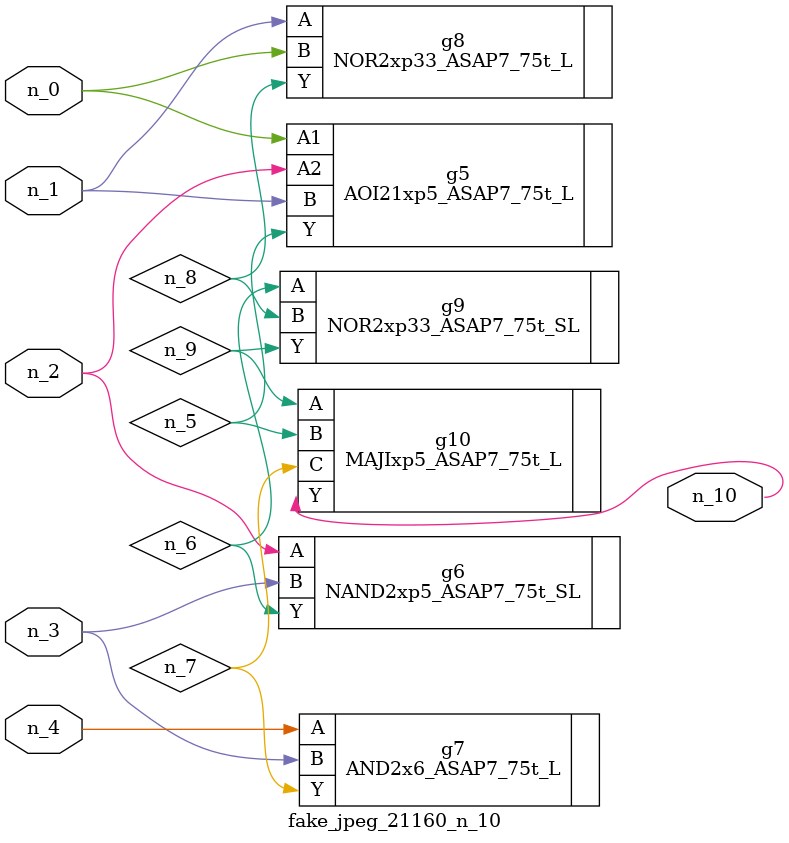
<source format=v>
module fake_jpeg_21160_n_10 (n_3, n_2, n_1, n_0, n_4, n_10);

input n_3;
input n_2;
input n_1;
input n_0;
input n_4;

output n_10;

wire n_8;
wire n_9;
wire n_6;
wire n_5;
wire n_7;

AOI21xp5_ASAP7_75t_L g5 ( 
.A1(n_0),
.A2(n_2),
.B(n_1),
.Y(n_5)
);

NAND2xp5_ASAP7_75t_SL g6 ( 
.A(n_2),
.B(n_3),
.Y(n_6)
);

AND2x6_ASAP7_75t_L g7 ( 
.A(n_4),
.B(n_3),
.Y(n_7)
);

NOR2xp33_ASAP7_75t_L g8 ( 
.A(n_1),
.B(n_0),
.Y(n_8)
);

NOR2xp33_ASAP7_75t_SL g9 ( 
.A(n_6),
.B(n_8),
.Y(n_9)
);

MAJIxp5_ASAP7_75t_L g10 ( 
.A(n_9),
.B(n_5),
.C(n_7),
.Y(n_10)
);


endmodule
</source>
